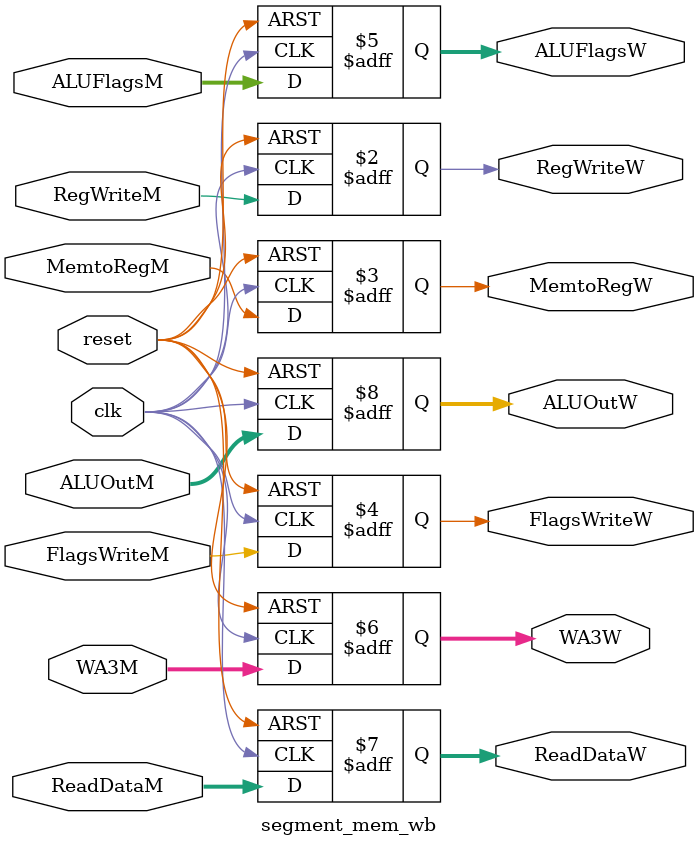
<source format=sv>
module segment_mem_wb 
(
	// Entradas
	input logic clk, reset, RegWriteM, MemtoRegM, FlagsWriteM, 
	input logic [1:0] ALUFlagsM,
	input logic [3:0] WA3M, 
	input logic [31:0] ReadDataM, ALUOutM,
	
	
	// Salidas
	output logic RegWriteW, MemtoRegW, FlagsWriteW, 
	output logic [1:0] ALUFlagsW,
	output logic [3:0] WA3W,
	output logic [31:0] ReadDataW, ALUOutW
);
			
	always_ff@(negedge clk, posedge reset)
		if(reset)
			begin
				
				RegWriteW = 0;
				MemtoRegW = 0;
				ReadDataW = 0;
				ALUOutW = 0;
				WA3W = 0;
				FlagsWriteW = 0;
				ALUFlagsW = 0;
				
			end
			
		else 
			begin
			
				RegWriteW = RegWriteM;
				MemtoRegW = MemtoRegM;
				ReadDataW = ReadDataM;
				ALUOutW = ALUOutM;
				WA3W = WA3M;
				FlagsWriteW = FlagsWriteM;
				ALUFlagsW = ALUFlagsM;
				
			end
		
endmodule

</source>
